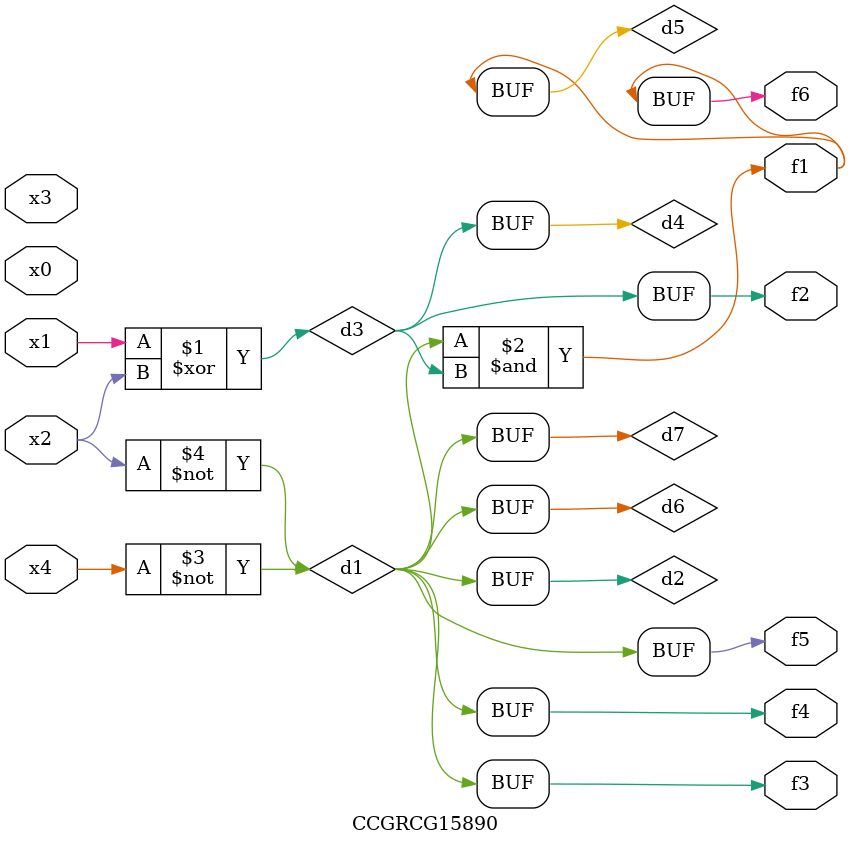
<source format=v>
module CCGRCG15890(
	input x0, x1, x2, x3, x4,
	output f1, f2, f3, f4, f5, f6
);

	wire d1, d2, d3, d4, d5, d6, d7;

	not (d1, x4);
	not (d2, x2);
	xor (d3, x1, x2);
	buf (d4, d3);
	and (d5, d1, d3);
	buf (d6, d1, d2);
	buf (d7, d2);
	assign f1 = d5;
	assign f2 = d4;
	assign f3 = d7;
	assign f4 = d7;
	assign f5 = d7;
	assign f6 = d5;
endmodule

</source>
